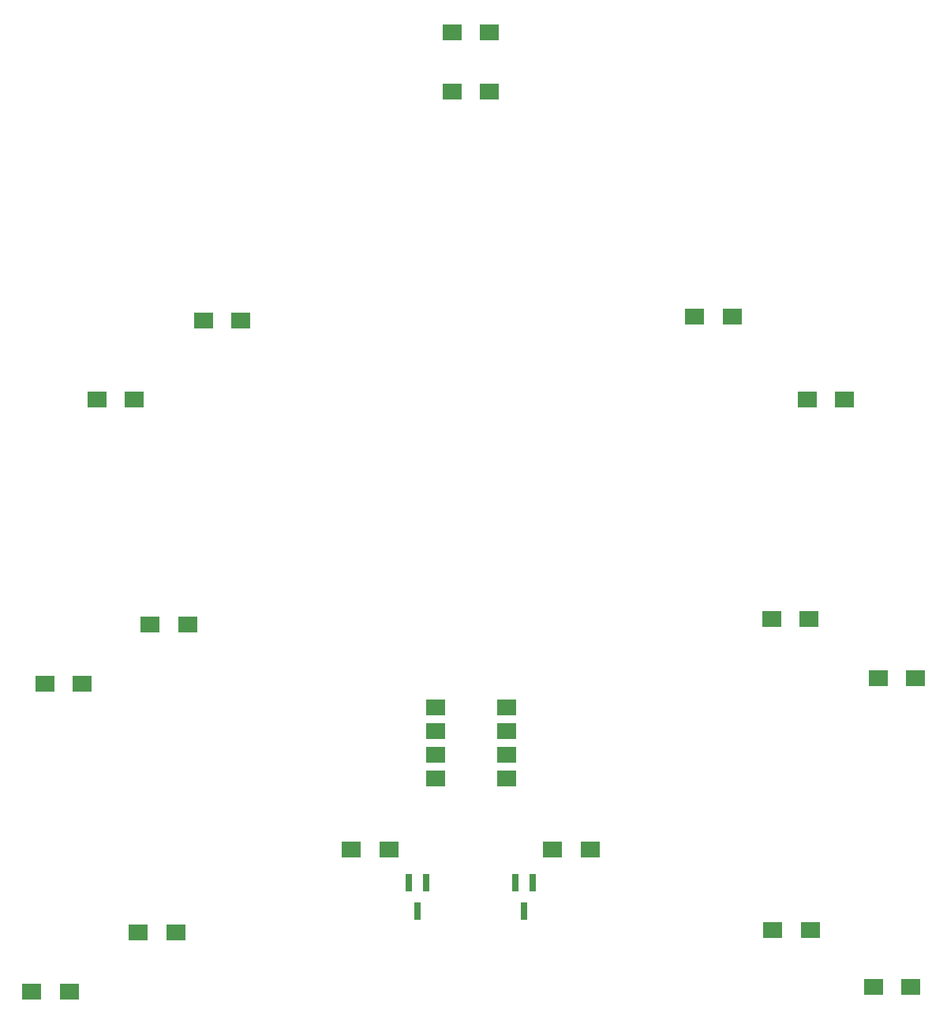
<source format=gbr>
G04 #@! TF.FileFunction,Paste,Top*
%FSLAX46Y46*%
G04 Gerber Fmt 4.6, Leading zero omitted, Abs format (unit mm)*
G04 Created by KiCad (PCBNEW 4.0.6) date Monday, November 13, 2017 'PMt' 07:08:10 PM*
%MOMM*%
%LPD*%
G01*
G04 APERTURE LIST*
%ADD10C,0.100000*%
%ADD11R,2.000000X1.700000*%
%ADD12R,2.000000X1.780000*%
%ADD13R,0.800000X1.900000*%
G04 APERTURE END LIST*
D10*
D11*
X48165000Y-128270000D03*
X52165000Y-128270000D03*
X138970000Y-94615000D03*
X142970000Y-94615000D03*
X55150000Y-64770000D03*
X59150000Y-64770000D03*
D12*
X91440000Y-97790000D03*
X99060000Y-105410000D03*
X91440000Y-100330000D03*
X99060000Y-102870000D03*
X91440000Y-102870000D03*
X99060000Y-100330000D03*
X91440000Y-105410000D03*
X99060000Y-97790000D03*
D11*
X138462000Y-127762000D03*
X142462000Y-127762000D03*
X49562000Y-95250000D03*
X53562000Y-95250000D03*
X135350000Y-64770000D03*
X131350000Y-64770000D03*
X59595000Y-121920000D03*
X63595000Y-121920000D03*
X131540000Y-88265000D03*
X127540000Y-88265000D03*
X66580000Y-56261000D03*
X70580000Y-56261000D03*
X131667000Y-121666000D03*
X127667000Y-121666000D03*
X60865000Y-88900000D03*
X64865000Y-88900000D03*
X123285000Y-55880000D03*
X119285000Y-55880000D03*
X93250000Y-31750000D03*
X97250000Y-31750000D03*
X93250000Y-25400000D03*
X97250000Y-25400000D03*
X108045000Y-113030000D03*
X104045000Y-113030000D03*
X82455000Y-113030000D03*
X86455000Y-113030000D03*
D13*
X90485000Y-116610000D03*
X88585000Y-116610000D03*
X89535000Y-119610000D03*
X101915000Y-116610000D03*
X100015000Y-116610000D03*
X100965000Y-119610000D03*
M02*

</source>
